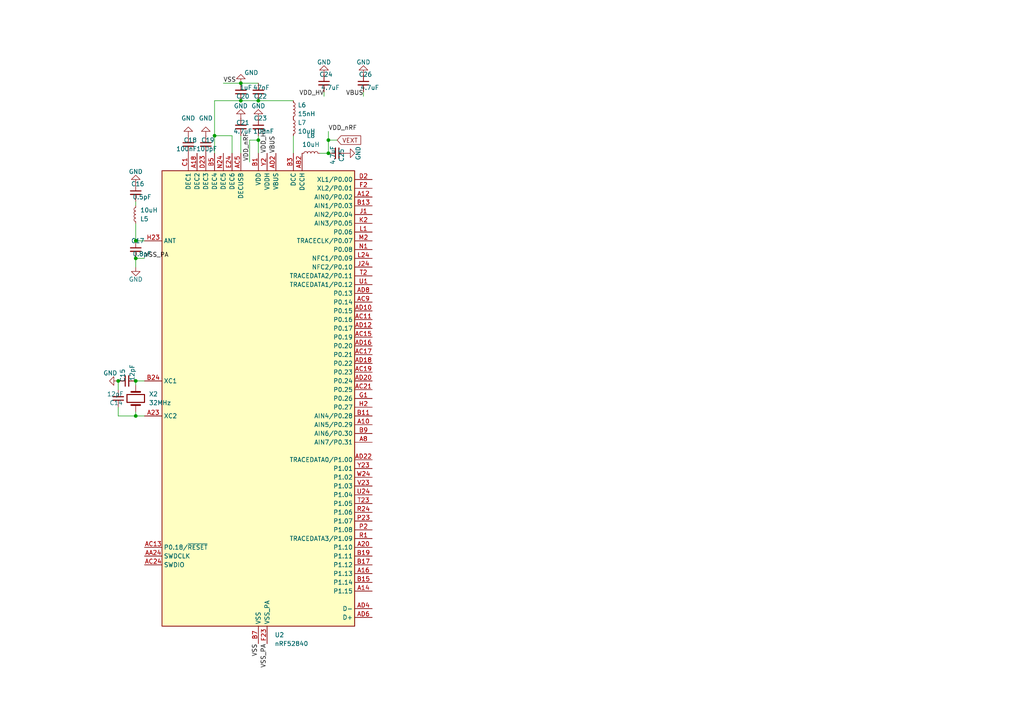
<source format=kicad_sch>
(kicad_sch (version 20231120) (generator "eeschema") (generator_version "8.0")
  (paper "A4")
  (lib_symbols
    (symbol "Device:C_Small" (pin_numbers hide) (pin_names (offset 0.254) hide)
      (property "Reference" "C" (at 0.254 1.778 0))
      (property "Value" "C_Small" (at 0.254 -2.032 0))
      (symbol "C_Small_0_1"
        (polyline (pts (xy -1.524 -0.508) (xy 1.524 -0.508)) (stroke (width 0.3302)))
        (polyline (pts (xy -1.524 0.508) (xy 1.524 0.508)) (stroke (width 0.3048)))
      )
      (symbol "C_Small_1_1"
        (pin passive line (at 0 2.54 270) (length 2.032) (name "~") (number "1"))
        (pin passive line (at 0 -2.54 90) (length 2.032) (name "~") (number "2"))
      )
    )
    (symbol "Device:Crystal" (pin_numbers hide) (pin_names (offset 1.016) hide)
      (property "Reference" "Y" (at 0 3.81 0))
      (property "Value" "Crystal" (at 0 -3.81 0))
      (symbol "Crystal_0_1"
        (rectangle (start -1.143 2.54) (end 1.143 -2.54) (stroke (width 0.3048)))
        (polyline (pts (xy -2.54 0) (xy -1.905 0)))
        (polyline (pts (xy -1.905 -1.27) (xy -1.905 1.27)) (stroke (width 0.508)))
        (polyline (pts (xy 1.905 -1.27) (xy 1.905 1.27)) (stroke (width 0.508)))
        (polyline (pts (xy 2.54 0) (xy 1.905 0)))
      )
      (symbol "Crystal_1_1"
        (pin passive line (at -3.81 0 0) (length 1.27) (name "1") (number "1"))
        (pin passive line (at 3.81 0 180) (length 1.27) (name "2") (number "2"))
      )
    )
    (symbol "Device:L_Small" (pin_numbers hide) (pin_names (offset 0.254) hide)
      (property "Reference" "L" (at 0.762 1.016 0))
      (property "Value" "L_Small" (at 0.762 -1.016 0))
      (symbol "L_Small_0_1"
        (arc (start 0 -2.032) (mid 0.5058 -1.524) (end 0 -1.016))
        (arc (start 0 -1.016) (mid 0.5058 -0.508) (end 0 0))
        (arc (start 0 0) (mid 0.5058 0.508) (end 0 1.016))
        (arc (start 0 1.016) (mid 0.5058 1.524) (end 0 2.032))
      )
      (symbol "L_Small_1_1"
        (pin passive line (at 0 2.54 270) (length 0.508) (name "~") (number "1"))
        (pin passive line (at 0 -2.54 90) (length 0.508) (name "~") (number "2"))
      )
    )
    (symbol "MCU_Nordic:nRF52840"
      (property "Reference" "U" (at 0 5.08 0))
      (property "Value" "nRF52840" (at 0 2.54 0))
      (symbol "nRF52840_0_1"
        (rectangle (start -27.94 66.04) (end 27.94 -66.04) (stroke (width 0.254)) (fill (type background)))
      )
      (symbol "nRF52840_1_1"
        (pin bidirectional line (at 33.02 -7.62 180) (length 5.08) (name "AIN5/P0.29") (number "A10"))
        (pin bidirectional line (at 33.02 58.42 180) (length 5.08) (name "AIN0/P0.02") (number "A12"))
        (pin bidirectional line (at 33.02 -55.88 180) (length 5.08) (name "P1.15") (number "A14"))
        (pin bidirectional line (at 33.02 -50.8 180) (length 5.08) (name "P1.13") (number "A16"))
        (pin passive line (at -17.78 71.12 270) (length 5.08) (name "DEC2") (number "A18"))
        (pin bidirectional line (at 33.02 -43.18 180) (length 5.08) (name "P1.10") (number "A20"))
        (pin passive line (at 0 71.12 270) (length 5.08) hide (name "VDD") (number "A22"))
        (pin input line (at -33.02 -5.08 0) (length 5.08) (name "XC2") (number "A23"))
        (pin bidirectional line (at 33.02 -12.7 180) (length 5.08) (name "AIN7/P0.31") (number "A8"))
        (pin input line (at -33.02 -45.72 0) (length 5.08) (name "SWDCLK") (number "AA24"))
        (pin power_out line (at 12.7 71.12 270) (length 5.08) (name "DCCH") (number "AB2"))
        (pin bidirectional line (at 33.02 22.86 180) (length 5.08) (name "P0.16") (number "AC11"))
        (pin bidirectional line (at -33.02 -43.18 0) (length 5.08) (name "P0.18/~{RESET}") (number "AC13"))
        (pin bidirectional line (at 33.02 17.78 180) (length 5.08) (name "P0.19") (number "AC15"))
        (pin bidirectional line (at 33.02 12.7 180) (length 5.08) (name "P0.21") (number "AC17"))
        (pin bidirectional line (at 33.02 7.62 180) (length 5.08) (name "P0.23") (number "AC19"))
        (pin bidirectional line (at 33.02 2.54 180) (length 5.08) (name "P0.25") (number "AC21"))
        (pin bidirectional line (at -33.02 -48.26 0) (length 5.08) (name "SWDIO") (number "AC24"))
        (pin passive line (at -5.08 71.12 270) (length 5.08) (name "DECUSB") (number "AC5"))
        (pin bidirectional line (at 33.02 27.94 180) (length 5.08) (name "P0.14") (number "AC9"))
        (pin bidirectional line (at 33.02 25.4 180) (length 5.08) (name "P0.15") (number "AD10"))
        (pin bidirectional line (at 33.02 20.32 180) (length 5.08) (name "P0.17") (number "AD12"))
        (pin passive line (at 0 71.12 270) (length 5.08) hide (name "VDD") (number "AD14"))
        (pin bidirectional line (at 33.02 15.24 180) (length 5.08) (name "P0.20") (number "AD16"))
        (pin bidirectional line (at 33.02 10.16 180) (length 5.08) (name "P0.22") (number "AD18"))
        (pin power_in line (at 5.08 71.12 270) (length 5.08) (name "VBUS") (number "AD2"))
        (pin bidirectional line (at 33.02 5.08 180) (length 5.08) (name "P0.24") (number "AD20"))
        (pin bidirectional line (at 33.02 -17.78 180) (length 5.08) (name "TRACEDATA0/P1.00") (number "AD22"))
        (pin passive line (at 0 71.12 270) (length 5.08) hide (name "VDD") (number "AD23"))
        (pin bidirectional line (at 33.02 -60.96 180) (length 5.08) (name "D-") (number "AD4"))
        (pin bidirectional line (at 33.02 -63.5 180) (length 5.08) (name "D+") (number "AD6"))
        (pin bidirectional line (at 33.02 30.48 180) (length 5.08) (name "P0.13") (number "AD8"))
        (pin power_in line (at 0 71.12 270) (length 5.08) (name "VDD") (number "B1"))
        (pin bidirectional line (at 33.02 -5.08 180) (length 5.08) (name "AIN4/P0.28") (number "B11"))
        (pin bidirectional line (at 33.02 55.88 180) (length 5.08) (name "AIN1/P0.03") (number "B13"))
        (pin bidirectional line (at 33.02 -53.34 180) (length 5.08) (name "P1.14") (number "B15"))
        (pin bidirectional line (at 33.02 -48.26 180) (length 5.08) (name "P1.12") (number "B17"))
        (pin bidirectional line (at 33.02 -45.72 180) (length 5.08) (name "P1.11") (number "B19"))
        (pin input line (at -33.02 5.08 0) (length 5.08) (name "XC1") (number "B24"))
        (pin power_out line (at 10.16 71.12 270) (length 5.08) (name "DCC") (number "B3"))
        (pin passive line (at -12.7 71.12 270) (length 5.08) (name "DEC4") (number "B5"))
        (pin power_in line (at 0 -71.12 90) (length 5.08) (name "VSS") (number "B7"))
        (pin bidirectional line (at 33.02 -10.16 180) (length 5.08) (name "AIN6/P0.30") (number "B9"))
        (pin passive line (at -20.32 71.12 270) (length 5.08) (name "DEC1") (number "C1"))
        (pin bidirectional line (at 33.02 63.5 180) (length 5.08) (name "XL1/P0.00") (number "D2"))
        (pin passive line (at -15.24 71.12 270) (length 5.08) (name "DEC3") (number "D23"))
        (pin passive line (at -7.62 71.12 270) (length 5.08) (name "DEC6") (number "E24"))
        (pin passive line (at 0 -71.12 90) (length 5.08) hide (name "VSS") (number "EP"))
        (pin bidirectional line (at 33.02 60.96 180) (length 5.08) (name "XL2/P0.01") (number "F2"))
        (pin power_in line (at 2.54 -71.12 90) (length 5.08) (name "VSS_PA") (number "F23"))
        (pin bidirectional line (at 33.02 0 180) (length 5.08) (name "P0.26") (number "G1"))
        (pin bidirectional line (at 33.02 -2.54 180) (length 5.08) (name "P0.27") (number "H2"))
        (pin passive line (at -33.02 45.72 0) (length 5.08) (name "ANT") (number "H23"))
        (pin bidirectional line (at 33.02 53.34 180) (length 5.08) (name "AIN2/P0.04") (number "J1"))
        (pin bidirectional line (at 33.02 38.1 180) (length 5.08) (name "NFC2/P0.10") (number "J24"))
        (pin bidirectional line (at 33.02 50.8 180) (length 5.08) (name "AIN3/P0.05") (number "K2"))
        (pin bidirectional line (at 33.02 48.26 180) (length 5.08) (name "P0.06") (number "L1"))
        (pin bidirectional line (at 33.02 40.64 180) (length 5.08) (name "NFC1/P0.09") (number "L24"))
        (pin bidirectional line (at 33.02 45.72 180) (length 5.08) (name "TRACECLK/P0.07") (number "M2"))
        (pin bidirectional line (at 33.02 43.18 180) (length 5.08) (name "P0.08") (number "N1"))
        (pin passive line (at -10.16 71.12 270) (length 5.08) (name "DEC5") (number "N24"))
        (pin bidirectional line (at 33.02 -38.1 180) (length 5.08) (name "P1.08") (number "P2"))
        (pin bidirectional line (at 33.02 -35.56 180) (length 5.08) (name "P1.07") (number "P23"))
        (pin bidirectional line (at 33.02 -40.64 180) (length 5.08) (name "TRACEDATA3/P1.09") (number "R1"))
        (pin bidirectional line (at 33.02 -33.02 180) (length 5.08) (name "P1.06") (number "R24"))
        (pin bidirectional line (at 33.02 35.56 180) (length 5.08) (name "TRACEDATA2/P0.11") (number "T2"))
        (pin bidirectional line (at 33.02 -30.48 180) (length 5.08) (name "P1.05") (number "T23"))
        (pin bidirectional line (at 33.02 33.02 180) (length 5.08) (name "TRACEDATA1/P0.12") (number "U1"))
        (pin bidirectional line (at 33.02 -27.94 180) (length 5.08) (name "P1.04") (number "U24"))
        (pin bidirectional line (at 33.02 -25.4 180) (length 5.08) (name "P1.03") (number "V23"))
        (pin passive line (at 0 71.12 270) (length 5.08) hide (name "VDD") (number "W1"))
        (pin bidirectional line (at 33.02 -22.86 180) (length 5.08) (name "P1.02") (number "W24"))
        (pin power_in line (at 2.54 71.12 270) (length 5.08) (name "VDDH") (number "Y2"))
        (pin bidirectional line (at 33.02 -20.32 180) (length 5.08) (name "P1.01") (number "Y23"))
      )
    )
    (symbol "power:GND" (power) (pin_numbers hide) (pin_names (offset 0) hide)
      (property "Value" "GND" (at 0 -3.81 0))
      (symbol "GND_0_1"
        (polyline (pts (xy 0 0) (xy 0 -1.27) (xy 1.27 -1.27) (xy 0 -2.54) (xy -1.27 -1.27) (xy 0 -1.27)))
      )
      (symbol "GND_1_1"
        (pin power_in line (at 0 0 270) (length 0) (name "~") (number "1"))
      )
    )
  )
  (junction (at 39.37 120.65))
  (junction (at 69.85 24.13))
  (junction (at 39.37 69.85))
  (junction (at 39.37 74.93))
  (junction (at 74.93 40.64))
  (junction (at 69.85 29.21))
  (junction (at 62.23 39.37))
  (junction (at 95.25 44.45))
  (junction (at 74.93 29.21))
  (junction (at 39.37 110.49))
  (junction (at 95.25 40.64))
  (junction (at 34.29 110.49))
  (wire (pts (xy 34.29 113.03) (xy 34.29 110.49)))
  (wire (pts (xy 69.85 29.21) (xy 74.93 29.21)))
  (wire (pts (xy 95.25 40.64) (xy 97.79 40.64)))
  (wire (pts (xy 41.91 74.93) (xy 39.37 74.93)))
  (wire (pts (xy 39.37 77.47) (xy 39.37 74.93)))
  (wire (pts (xy 69.85 39.37) (xy 69.85 44.45)))
  (wire (pts (xy 39.37 120.65) (xy 41.91 120.65)))
  (wire (pts (xy 39.37 110.49) (xy 41.91 110.49)))
  (wire (pts (xy 95.25 44.45) (xy 92.71 44.45)))
  (wire (pts (xy 74.93 40.64) (xy 74.93 44.45)))
  (wire (pts (xy 85.09 39.37) (xy 85.09 44.45)))
  (wire (pts (xy 62.23 29.21) (xy 69.85 29.21)))
  (wire (pts (xy 74.93 29.21) (xy 85.09 29.21)))
  (wire (pts (xy 39.37 119.38) (xy 39.37 120.65)))
  (wire (pts (xy 39.37 58.42) (xy 39.37 59.69)))
  (wire (pts (xy 105.41 27.94) (xy 105.41 26.67)))
  (wire (pts (xy 39.37 69.85) (xy 41.91 69.85)))
  (wire (pts (xy 72.39 46.99) (xy 72.39 40.64)))
  (wire (pts (xy 93.98 27.94) (xy 93.98 26.67)))
  (wire (pts (xy 72.39 40.64) (xy 74.93 40.64)))
  (wire (pts (xy 34.29 120.65) (xy 39.37 120.65)))
  (wire (pts (xy 39.37 69.85) (xy 39.37 64.77)))
  (wire (pts (xy 95.25 40.64) (xy 95.25 44.45)))
  (wire (pts (xy 62.23 29.21) (xy 62.23 39.37)))
  (wire (pts (xy 74.93 24.13) (xy 69.85 24.13)))
  (wire (pts (xy 95.25 38.1) (xy 95.25 40.64)))
  (wire (pts (xy 67.31 39.37) (xy 67.31 44.45)))
  (wire (pts (xy 69.85 24.13) (xy 64.77 24.13)))
  (wire (pts (xy 34.29 118.11) (xy 34.29 120.65)))
  (wire (pts (xy 67.31 39.37) (xy 62.23 39.37)))
  (wire (pts (xy 62.23 39.37) (xy 62.23 44.45)))
  (wire (pts (xy 39.37 110.49) (xy 39.37 111.76)))
  (wire (pts (xy 74.93 39.37) (xy 74.93 40.64)))
  (label "" (at 69.85 34.29 90))
  (label "" (at 54.61 39.37 90))
  (label "" (at 105.41 21.59 90))
  (label "" (at 59.69 39.37 90))
  (label "VSS_PA" (at 77.47 186.69 270))
  (label "VBUS" (at 105.41 27.94 180))
  (label "" (at 105.41 21.59 90))
  (label "VDD_nRF" (at 95.25 38.1 0))
  (label "" (at 54.61 39.37 90))
  (label "VDD_HV" (at 93.98 27.94 180))
  (label "VSS" (at 74.93 186.69 270))
  (label "VSS_PA" (at 41.91 74.93 0))
  (label "" (at 100.33 44.45 0))
  (label "VSS" (at 64.77 24.13 0))
  (label "" (at 93.98 21.59 90))
  (label "" (at 74.93 34.29 90))
  (label "VDD_nRF" (at 72.39 46.7458 90))
  (label "VBUS" (at 80.01 44.45 90))
  (label "" (at 69.85 34.29 90))
  (label "" (at 59.69 39.37 90))
  (label "" (at 100.33 44.45 0))
  (label "VDD_HV" (at 77.47 44.45 90))
  (label "" (at 74.93 34.29 90))
  (label "" (at 93.98 21.59 90))
  (global_label "VEXT" (shape input) (at 97.79 40.64 0) (property "Intersheetrefs" "${INTERSHEET_REFS}" (effects (hide yes))))
  (symbol (lib_id "Device:C_Small") (at 93.98 24.13 0) (unit 1)
    (property "Reference" "C24" (at 96.52 21.59 0) (effects (justify right)))
    (property "Value" "4.7uF" (at 98.552 25.4 0) (effects (justify right)))
    (property "Footprint" "ScottoKeebs_Components:Capacitor_0603" (effects (hide yes)))
    (property "Description" "Unpolarized capacitor, small symbol" (effects (hide yes)))
  )
  (symbol (lib_id "Device:C_Small") (at 34.29 115.57 180) (unit 1)
    (property "Reference" "C14" (at 31.75 116.8338 0) (effects (justify right)))
    (property "Value" "12pF" (at 30.988 114.3 0) (effects (justify right)))
    (property "Footprint" "ScottoKeebs_Components:Capacitor_0603" (effects (hide yes)))
    (property "Description" "Unpolarized capacitor, small symbol" (effects (hide yes)))
  )
  (symbol (lib_id "power:GND") (at 105.41 21.59 180) (unit 1)
    (property "Reference" "#PWR022" (effects (hide yes)))
    (property "Value" "GND" (at 105.41 18.034 0))
    (property "Description" "Power symbol creates a global label with name \"GND\" , ground" (effects (hide yes)))
  )
  (symbol (lib_id "power:GND") (at 74.93 34.29 180) (unit 1)
    (property "Reference" "#PWR019" (effects (hide yes)))
    (property "Value" "GND" (at 74.93 30.734 0))
    (property "Description" "Power symbol creates a global label with name \"GND\" , ground" (effects (hide yes)))
  )
  (symbol (lib_id "Device:L_Small") (at 85.09 31.75 0) (unit 1)
    (property "Reference" "L6" (at 86.36 30.4799 0) (effects (justify left)))
    (property "Value" "15nH" (at 86.36 33.0199 0) (effects (justify left)))
    (property "Description" "Inductor, small symbol" (effects (hide yes)))
  )
  (symbol (lib_id "power:GND") (at 93.98 21.59 180) (unit 1)
    (property "Reference" "#PWR020" (effects (hide yes)))
    (property "Value" "GND" (at 93.98 18.034 0))
    (property "Description" "Power symbol creates a global label with name \"GND\" , ground" (effects (hide yes)))
  )
  (symbol (lib_id "Device:C_Small") (at 69.85 36.83 0) (unit 1)
    (property "Reference" "C21" (at 72.39 35.5662 0) (effects (justify right)))
    (property "Value" "4.7uF" (at 73.152 38.1 0) (effects (justify right)))
    (property "Footprint" "ScottoKeebs_Components:Capacitor_0603" (effects (hide yes)))
    (property "Description" "Unpolarized capacitor, small symbol" (effects (hide yes)))
  )
  (symbol (lib_id "power:GND") (at 39.37 77.47 0) (unit 1)
    (property "Reference" "#PWR014" (effects (hide yes)))
    (property "Value" "GND" (at 39.37 81.026 0))
    (property "Description" "Power symbol creates a global label with name \"GND\" , ground" (effects (hide yes)))
  )
  (symbol (lib_id "power:GND") (at 100.33 44.45 90) (unit 1)
    (property "Reference" "#PWR021" (effects (hide yes)))
    (property "Value" "GND" (at 103.886 44.45 0))
    (property "Description" "Power symbol creates a global label with name \"GND\" , ground" (effects (hide yes)))
  )
  (symbol (lib_id "Device:C_Small") (at 69.85 26.67 0) (mirror x) (unit 1)
    (property "Reference" "C20" (at 72.39 27.9338 0) (effects (justify right)))
    (property "Value" "1uF" (at 73.152 25.4 0) (effects (justify right)))
    (property "Footprint" "ScottoKeebs_Components:Capacitor_0603" (effects (hide yes)))
    (property "Description" "Unpolarized capacitor, small symbol" (effects (hide yes)))
  )
  (symbol (lib_id "Device:C_Small") (at 74.93 36.83 0) (unit 1)
    (property "Reference" "C23" (at 77.47 34.29 0) (effects (justify right)))
    (property "Value" "100nF" (at 79.502 38.1 0) (effects (justify right)))
    (property "Footprint" "ScottoKeebs_Components:Capacitor_0603" (effects (hide yes)))
    (property "Description" "Unpolarized capacitor, small symbol" (effects (hide yes)))
  )
  (symbol (lib_id "Device:Crystal") (at 39.37 115.57 90) (unit 1)
    (property "Reference" "X2" (at 43.18 114.2999 90) (effects (justify right)))
    (property "Value" "32MHz" (at 43.18 116.84 90) (effects (justify right)))
    (property "Description" "Two pin crystal" (effects (hide yes)))
  )
  (symbol (lib_id "power:GND") (at 59.69 39.37 180) (unit 1)
    (property "Reference" "#PWR016" (effects (hide yes)))
    (property "Value" "GND" (at 59.69 34.29 0))
    (property "Description" "Power symbol creates a global label with name \"GND\" , ground" (effects (hide yes)))
  )
  (symbol (lib_id "MCU_Nordic:nRF52840") (at 74.93 115.57 0) (unit 1)
    (property "Reference" "U2" (at 79.6641 184.15 0) (effects (justify left)))
    (property "Value" "nRF52840" (at 79.6641 186.69 0) (effects (justify left)))
    (property "Footprint" "Package_DFN_QFN:Nordic_AQFN-73-1EP_7x7mm_P0.5mm" (effects (hide yes)))
    (property "Datasheet" "http://infocenter.nordicsemi.com/topic/com.nordic.infocenter.nrf52/dita/nrf52/chips/nrf52840.html" (effects (hide yes)))
    (property "Description" "Multiprotocol BLE/ANT/2.4 GHz/802.15.4 Cortex-M4F SoC, AQFN-73" (effects (hide yes)))
  )
  (symbol (lib_id "Device:C_Small") (at 39.37 55.88 0) (unit 1)
    (property "Reference" "C16" (at 41.91 53.34 0) (effects (justify right)))
    (property "Value" "0.5pF" (at 43.942 57.15 0) (effects (justify right)))
    (property "Footprint" "ScottoKeebs_Components:Capacitor_0603" (effects (hide yes)))
    (property "Description" "Unpolarized capacitor, small symbol" (effects (hide yes)))
  )
  (symbol (lib_id "Device:C_Small") (at 54.61 41.91 0) (unit 1)
    (property "Reference" "C18" (at 57.15 40.6462 0) (effects (justify right)))
    (property "Value" "100nF" (at 57.15 43.1862 0) (effects (justify right)))
    (property "Footprint" "ScottoKeebs_Components:Capacitor_0603" (effects (hide yes)))
    (property "Description" "Unpolarized capacitor, small symbol" (effects (hide yes)))
  )
  (symbol (lib_id "power:GND") (at 34.29 110.49 270) (unit 1)
    (property "Reference" "#PWR012" (effects (hide yes)))
    (property "Value" "GND" (at 34.036 108.204 90) (effects (justify right)))
    (property "Description" "Power symbol creates a global label with name \"GND\" , ground" (effects (hide yes)))
  )
  (symbol (lib_id "Device:C_Small") (at 74.93 26.67 0) (mirror x) (unit 1)
    (property "Reference" "C22" (at 77.47 27.9338 0) (effects (justify right)))
    (property "Value" "47nF" (at 78.232 25.4 0) (effects (justify right)))
    (property "Footprint" "ScottoKeebs_Components:Capacitor_0603" (effects (hide yes)))
    (property "Description" "Unpolarized capacitor, small symbol" (effects (hide yes)))
  )
  (symbol (lib_id "Device:C_Small") (at 105.41 24.13 0) (unit 1)
    (property "Reference" "C26" (at 107.95 21.59 0) (effects (justify right)))
    (property "Value" "4.7uF" (at 109.982 25.4 0) (effects (justify right)))
    (property "Footprint" "ScottoKeebs_Components:Capacitor_0603" (effects (hide yes)))
    (property "Description" "Unpolarized capacitor, small symbol" (effects (hide yes)))
  )
  (symbol (lib_id "Device:L_Small") (at 85.09 36.83 0) (unit 1)
    (property "Reference" "L7" (at 86.36 35.5599 0) (effects (justify left)))
    (property "Value" "10uH" (at 86.36 38.0999 0) (effects (justify left)))
    (property "Description" "Inductor, small symbol" (effects (hide yes)))
  )
  (symbol (lib_id "Device:C_Small") (at 59.69 41.91 0) (unit 1)
    (property "Reference" "C19" (at 62.23 40.6462 0) (effects (justify right)))
    (property "Value" "100pF" (at 62.992 43.18 0) (effects (justify right)))
    (property "Footprint" "ScottoKeebs_Components:Capacitor_0603" (effects (hide yes)))
    (property "Description" "Unpolarized capacitor, small symbol" (effects (hide yes)))
  )
  (symbol (lib_id "Device:C_Small") (at 97.79 44.45 270) (unit 1)
    (property "Reference" "C25" (at 99.0538 46.99 0) (effects (justify right)))
    (property "Value" "4.7uF" (at 96.52 47.752 0) (effects (justify right)))
    (property "Footprint" "ScottoKeebs_Components:Capacitor_0603" (effects (hide yes)))
    (property "Description" "Unpolarized capacitor, small symbol" (effects (hide yes)))
  )
  (symbol (lib_id "Device:L_Small") (at 39.37 62.23 0) (mirror y) (unit 1)
    (property "Reference" "L5" (at 40.64 63.5001 0) (effects (justify right)))
    (property "Value" "10uH" (at 40.64 60.9601 0) (effects (justify right)))
    (property "Description" "Inductor, small symbol" (effects (hide yes)))
  )
  (symbol (lib_id "Device:C_Small") (at 39.37 72.39 0) (unit 1)
    (property "Reference" "C17" (at 41.91 69.85 0) (effects (justify right)))
    (property "Value" "0.8pF" (at 43.942 73.66 0) (effects (justify right)))
    (property "Footprint" "ScottoKeebs_Components:Capacitor_0603" (effects (hide yes)))
    (property "Description" "Unpolarized capacitor, small symbol" (effects (hide yes)))
  )
  (symbol (lib_id "Device:C_Small") (at 36.83 110.49 90) (unit 1)
    (property "Reference" "C15" (at 35.56 106.934 0) (effects (justify right)))
    (property "Value" "12pF" (at 38.354 105.664 0) (effects (justify right)))
    (property "Footprint" "ScottoKeebs_Components:Capacitor_0603" (effects (hide yes)))
    (property "Description" "Unpolarized capacitor, small symbol" (effects (hide yes)))
  )
  (symbol (lib_id "power:GND") (at 54.61 39.37 180) (unit 1)
    (property "Reference" "#PWR015" (effects (hide yes)))
    (property "Value" "GND" (at 54.61 34.29 0))
    (property "Description" "Power symbol creates a global label with name \"GND\" , ground" (effects (hide yes)))
  )
  (symbol (lib_id "power:GND") (at 39.37 53.34 180) (unit 1)
    (property "Reference" "#PWR013" (effects (hide yes)))
    (property "Value" "GND" (at 39.37 49.784 0))
    (property "Description" "Power symbol creates a global label with name \"GND\" , ground" (effects (hide yes)))
  )
  (symbol (lib_id "Device:L_Small") (at 90.17 44.45 90) (unit 1)
    (property "Reference" "L8" (at 90.17 39.37 90))
    (property "Value" "10uH" (at 90.17 41.91 90))
    (property "Description" "Inductor, small symbol" (effects (hide yes)))
  )
  (symbol (lib_id "power:GND") (at 69.85 34.29 180) (unit 1)
    (property "Reference" "#PWR018" (effects (hide yes)))
    (property "Value" "GND" (at 69.85 30.734 0))
    (property "Description" "Power symbol creates a global label with name \"GND\" , ground" (effects (hide yes)))
  )
  (symbol (lib_id "power:GND") (at 69.85 24.13 0) (mirror x) (unit 1)
    (property "Reference" "#PWR017" (effects (hide yes)))
    (property "Value" "GND" (at 72.898 21.082 0))
    (property "Description" "Power symbol creates a global label with name \"GND\" , ground" (effects (hide yes)))
  )
)
</source>
